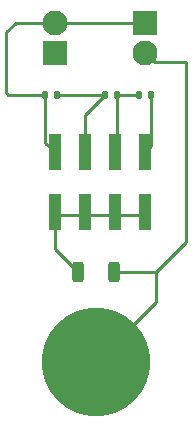
<source format=gbr>
%TF.GenerationSoftware,KiCad,Pcbnew,7.0.5*%
%TF.CreationDate,2024-06-27T22:40:16-04:00*%
%TF.ProjectId,ScrewSwitch,53637265-7753-4776-9974-63682e6b6963,rev?*%
%TF.SameCoordinates,Original*%
%TF.FileFunction,Copper,L1,Top*%
%TF.FilePolarity,Positive*%
%FSLAX46Y46*%
G04 Gerber Fmt 4.6, Leading zero omitted, Abs format (unit mm)*
G04 Created by KiCad (PCBNEW 7.0.5) date 2024-06-27 22:40:16*
%MOMM*%
%LPD*%
G01*
G04 APERTURE LIST*
G04 Aperture macros list*
%AMRoundRect*
0 Rectangle with rounded corners*
0 $1 Rounding radius*
0 $2 $3 $4 $5 $6 $7 $8 $9 X,Y pos of 4 corners*
0 Add a 4 corners polygon primitive as box body*
4,1,4,$2,$3,$4,$5,$6,$7,$8,$9,$2,$3,0*
0 Add four circle primitives for the rounded corners*
1,1,$1+$1,$2,$3*
1,1,$1+$1,$4,$5*
1,1,$1+$1,$6,$7*
1,1,$1+$1,$8,$9*
0 Add four rect primitives between the rounded corners*
20,1,$1+$1,$2,$3,$4,$5,0*
20,1,$1+$1,$4,$5,$6,$7,0*
20,1,$1+$1,$6,$7,$8,$9,0*
20,1,$1+$1,$8,$9,$2,$3,0*%
G04 Aperture macros list end*
%TA.AperFunction,SMDPad,CuDef*%
%ADD10RoundRect,0.135000X-0.135000X-0.185000X0.135000X-0.185000X0.135000X0.185000X-0.135000X0.185000X0*%
%TD*%
%TA.AperFunction,SMDPad,CuDef*%
%ADD11R,1.000000X3.150000*%
%TD*%
%TA.AperFunction,SMDPad,CuDef*%
%ADD12RoundRect,0.190000X0.285000X0.685000X-0.285000X0.685000X-0.285000X-0.685000X0.285000X-0.685000X0*%
%TD*%
%TA.AperFunction,ComponentPad*%
%ADD13R,2.100000X2.100000*%
%TD*%
%TA.AperFunction,ComponentPad*%
%ADD14C,2.100000*%
%TD*%
%TA.AperFunction,ComponentPad*%
%ADD15C,5.700000*%
%TD*%
%TA.AperFunction,ConnectorPad*%
%ADD16C,9.200000*%
%TD*%
%TA.AperFunction,Conductor*%
%ADD17C,0.250000*%
%TD*%
G04 APERTURE END LIST*
D10*
%TO.P,R3,1*%
%TO.N,Net-(J4-Pin_6)*%
X143297503Y-94171041D03*
%TO.P,R3,2*%
%TO.N,Net-(J4-Pin_8)*%
X144317503Y-94171041D03*
%TD*%
%TO.P,R2,1*%
%TO.N,Net-(J4-Pin_4)*%
X140437503Y-94171041D03*
%TO.P,R2,2*%
%TO.N,Net-(J4-Pin_6)*%
X141457503Y-94171041D03*
%TD*%
%TO.P,R1,1*%
%TO.N,Net-(BT1-+)*%
X135357503Y-94171041D03*
%TO.P,R1,2*%
%TO.N,Net-(J4-Pin_4)*%
X136377503Y-94171041D03*
%TD*%
D11*
%TO.P,J4,1,Pin_1*%
%TO.N,Net-(J4-Pin_1)*%
X136187503Y-104110000D03*
%TO.P,J4,2,Pin_2*%
%TO.N,Net-(BT1-+)*%
X136187503Y-99060000D03*
%TO.P,J4,3,Pin_3*%
%TO.N,Net-(J4-Pin_1)*%
X138727503Y-104110000D03*
%TO.P,J4,4,Pin_4*%
%TO.N,Net-(J4-Pin_4)*%
X138727503Y-99060000D03*
%TO.P,J4,5,Pin_5*%
%TO.N,Net-(J4-Pin_1)*%
X141267503Y-104110000D03*
%TO.P,J4,6,Pin_6*%
%TO.N,Net-(J4-Pin_6)*%
X141267503Y-99060000D03*
%TO.P,J4,7,Pin_7*%
%TO.N,Net-(J4-Pin_1)*%
X143807503Y-104110000D03*
%TO.P,J4,8,Pin_8*%
%TO.N,Net-(J4-Pin_8)*%
X143807503Y-99060000D03*
%TD*%
D12*
%TO.P,LED1,1,K*%
%TO.N,Net-(J1-Pin_2)*%
X141250000Y-109220000D03*
%TO.P,LED1,2,A*%
%TO.N,Net-(J4-Pin_1)*%
X138150000Y-109220000D03*
%TD*%
D13*
%TO.P,J1,1,Pin_1*%
%TO.N,Net-(BT1-+)*%
X143807503Y-88055716D03*
D14*
%TO.P,J1,2,Pin_2*%
%TO.N,Net-(J1-Pin_2)*%
X143807503Y-90595716D03*
%TD*%
D13*
%TO.P,J2,1,Pin_1*%
%TO.N,Net-(BT1--)*%
X136187503Y-90595716D03*
D14*
%TO.P,J2,2,Pin_2*%
%TO.N,Net-(BT1-+)*%
X136187503Y-88055716D03*
%TD*%
D15*
%TO.P,SW1,1*%
%TO.N,Net-(BT1--)*%
X139700000Y-116840000D03*
D16*
X139700000Y-116840000D03*
%TD*%
D17*
%TO.N,Net-(J4-Pin_8)*%
X144317503Y-94171041D02*
X144317503Y-98550000D01*
X144317503Y-98550000D02*
X143807503Y-99060000D01*
%TO.N,Net-(J4-Pin_6)*%
X141457503Y-94171041D02*
X143297503Y-94171041D01*
X141457503Y-94171041D02*
X141457503Y-98870000D01*
X141457503Y-98870000D02*
X141267503Y-99060000D01*
%TO.N,Net-(J4-Pin_4)*%
X138727503Y-95881041D02*
X138727503Y-99060000D01*
X140437503Y-94171041D02*
X138727503Y-95881041D01*
X136377503Y-94171041D02*
X140437503Y-94171041D01*
%TO.N,Net-(BT1-+)*%
X135357503Y-98230000D02*
X136187503Y-99060000D01*
X135357503Y-94171041D02*
X135357503Y-98230000D01*
X132271041Y-94171041D02*
X135357503Y-94171041D01*
X132271041Y-94171041D02*
X132080000Y-93980000D01*
X132080000Y-93980000D02*
X132080000Y-88900000D01*
X143807503Y-88055716D02*
X136187503Y-88055716D01*
X132080000Y-88900000D02*
X132924284Y-88055716D01*
X132924284Y-88055716D02*
X136187503Y-88055716D01*
X136187503Y-88055716D02*
X136397503Y-88055716D01*
%TO.N,Net-(BT1--)*%
X147320000Y-106680000D02*
X147320000Y-91440000D01*
X144651787Y-91440000D02*
X143807503Y-90595716D01*
X141250000Y-109220000D02*
X144780000Y-109220000D01*
X144780000Y-111760000D02*
X144780000Y-109220000D01*
X144780000Y-109220000D02*
X147320000Y-106680000D01*
X139700000Y-116840000D02*
X144780000Y-111760000D01*
X147320000Y-91440000D02*
X144651787Y-91440000D01*
%TO.N,Net-(J4-Pin_8)*%
X144127503Y-98931041D02*
X143807503Y-99251041D01*
%TO.N,Net-(J4-Pin_1)*%
X141267503Y-104316041D02*
X143807503Y-104316041D01*
X136187503Y-104316041D02*
X138727503Y-104316041D01*
X138727503Y-104316041D02*
X141267503Y-104316041D01*
X136187503Y-107257503D02*
X136187503Y-104316041D01*
X138150000Y-109220000D02*
X136187503Y-107257503D01*
%TD*%
M02*

</source>
